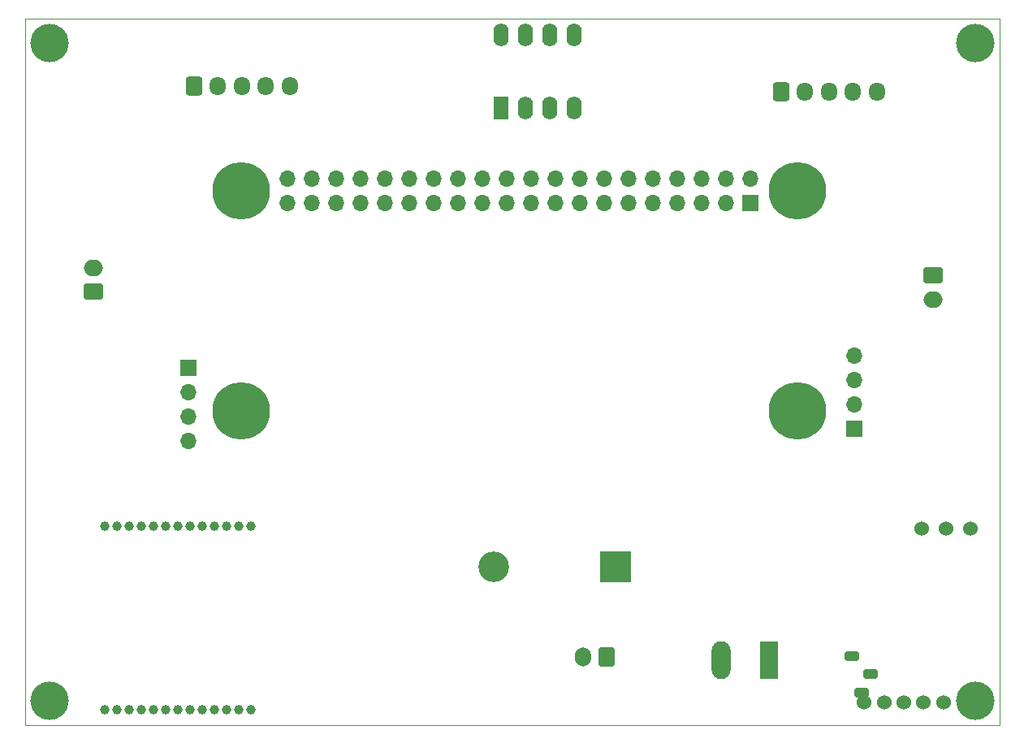
<source format=gbs>
G04 #@! TF.GenerationSoftware,KiCad,Pcbnew,(6.0.6)*
G04 #@! TF.CreationDate,2022-08-15T14:06:09+09:00*
G04 #@! TF.ProjectId,arliss,61726c69-7373-42e6-9b69-6361645f7063,rev?*
G04 #@! TF.SameCoordinates,Original*
G04 #@! TF.FileFunction,Soldermask,Bot*
G04 #@! TF.FilePolarity,Negative*
%FSLAX46Y46*%
G04 Gerber Fmt 4.6, Leading zero omitted, Abs format (unit mm)*
G04 Created by KiCad (PCBNEW (6.0.6)) date 2022-08-15 14:06:09*
%MOMM*%
%LPD*%
G01*
G04 APERTURE LIST*
G04 Aperture macros list*
%AMRoundRect*
0 Rectangle with rounded corners*
0 $1 Rounding radius*
0 $2 $3 $4 $5 $6 $7 $8 $9 X,Y pos of 4 corners*
0 Add a 4 corners polygon primitive as box body*
4,1,4,$2,$3,$4,$5,$6,$7,$8,$9,$2,$3,0*
0 Add four circle primitives for the rounded corners*
1,1,$1+$1,$2,$3*
1,1,$1+$1,$4,$5*
1,1,$1+$1,$6,$7*
1,1,$1+$1,$8,$9*
0 Add four rect primitives between the rounded corners*
20,1,$1+$1,$2,$3,$4,$5,0*
20,1,$1+$1,$4,$5,$6,$7,0*
20,1,$1+$1,$6,$7,$8,$9,0*
20,1,$1+$1,$8,$9,$2,$3,0*%
G04 Aperture macros list end*
G04 #@! TA.AperFunction,Profile*
%ADD10C,0.100000*%
G04 #@! TD*
%ADD11C,1.000000*%
%ADD12C,4.000000*%
%ADD13RoundRect,0.250000X-0.600000X-0.725000X0.600000X-0.725000X0.600000X0.725000X-0.600000X0.725000X0*%
%ADD14O,1.700000X1.950000*%
%ADD15C,6.000000*%
%ADD16R,1.700000X1.700000*%
%ADD17O,1.700000X1.700000*%
%ADD18R,3.200000X3.200000*%
%ADD19O,3.200000X3.200000*%
%ADD20RoundRect,0.250000X-0.750000X0.600000X-0.750000X-0.600000X0.750000X-0.600000X0.750000X0.600000X0*%
%ADD21O,2.000000X1.700000*%
%ADD22C,1.524000*%
%ADD23RoundRect,0.250000X0.750000X-0.600000X0.750000X0.600000X-0.750000X0.600000X-0.750000X-0.600000X0*%
%ADD24RoundRect,0.250000X0.512000X-0.250000X0.512000X0.250000X-0.512000X0.250000X-0.512000X-0.250000X0*%
%ADD25RoundRect,0.250000X0.600000X0.750000X-0.600000X0.750000X-0.600000X-0.750000X0.600000X-0.750000X0*%
%ADD26O,1.700000X2.000000*%
%ADD27R,1.980000X3.960000*%
%ADD28O,1.980000X3.960000*%
%ADD29R,1.600000X2.400000*%
%ADD30O,1.600000X2.400000*%
G04 APERTURE END LIST*
D10*
X76200000Y-50800000D02*
X177800000Y-50800000D01*
X177800000Y-50800000D02*
X177800000Y-124460000D01*
X177800000Y-124460000D02*
X76200000Y-124460000D01*
X76200000Y-124460000D02*
X76200000Y-50800000D01*
D11*
X99796800Y-103769000D03*
X98526800Y-103769000D03*
X97256800Y-103769000D03*
X95986800Y-103769000D03*
X94716800Y-103769000D03*
X93446800Y-103769000D03*
X92176800Y-103769000D03*
X90906800Y-103769000D03*
X89636800Y-103769000D03*
X88366800Y-103769000D03*
X87096800Y-103769000D03*
X85826800Y-103769000D03*
X84556800Y-103769000D03*
X84556800Y-122869000D03*
X85826800Y-122869000D03*
X87096800Y-122869000D03*
X88366800Y-122869000D03*
X89636800Y-122869000D03*
X90906800Y-122869000D03*
X92176800Y-122869000D03*
X93446800Y-122869000D03*
X94716800Y-122869000D03*
X95986800Y-122869000D03*
X97256800Y-122869000D03*
X98526800Y-122869000D03*
X99796800Y-122869000D03*
D12*
X78740000Y-53340000D03*
D13*
X93800000Y-57882500D03*
D14*
X96300000Y-57882500D03*
X98800000Y-57882500D03*
X101300000Y-57882500D03*
X103800000Y-57882500D03*
D15*
X98725000Y-91755000D03*
X156725000Y-91755000D03*
X156725000Y-68755000D03*
X98725000Y-68755000D03*
D16*
X151855000Y-70025000D03*
D17*
X151855000Y-67485000D03*
X149315000Y-70025000D03*
X149315000Y-67485000D03*
X146775000Y-70025000D03*
X146775000Y-67485000D03*
X144235000Y-70025000D03*
X144235000Y-67485000D03*
X141695000Y-70025000D03*
X141695000Y-67485000D03*
X139155000Y-70025000D03*
X139155000Y-67485000D03*
X136615000Y-70025000D03*
X136615000Y-67485000D03*
X134075000Y-70025000D03*
X134075000Y-67485000D03*
X131535000Y-70025000D03*
X131535000Y-67485000D03*
X128995000Y-70025000D03*
X128995000Y-67485000D03*
X126455000Y-70025000D03*
X126455000Y-67485000D03*
X123915000Y-70025000D03*
X123915000Y-67485000D03*
X121375000Y-70025000D03*
X121375000Y-67485000D03*
X118835000Y-70025000D03*
X118835000Y-67485000D03*
X116295000Y-70025000D03*
X116295000Y-67485000D03*
X113755000Y-70025000D03*
X113755000Y-67485000D03*
X111215000Y-70025000D03*
X111215000Y-67485000D03*
X108675000Y-70025000D03*
X108675000Y-67485000D03*
X106135000Y-70025000D03*
X106135000Y-67485000D03*
X103595000Y-70025000D03*
X103595000Y-67485000D03*
D16*
X162640000Y-93630000D03*
D17*
X162640000Y-91090000D03*
X162640000Y-88550000D03*
X162640000Y-86010000D03*
D18*
X137760000Y-107990000D03*
D19*
X125060000Y-107990000D03*
D20*
X170887500Y-77620000D03*
D21*
X170887500Y-80120000D03*
D22*
X167850000Y-122100000D03*
X165850000Y-122100000D03*
X163700000Y-122100000D03*
X169850000Y-122100000D03*
X172000000Y-122100000D03*
D23*
X83338500Y-79320400D03*
D21*
X83338500Y-76820400D03*
D24*
X162401600Y-117293000D03*
X164401600Y-119193000D03*
X163401600Y-121093000D03*
D25*
X136875000Y-117367500D03*
D26*
X134375000Y-117367500D03*
D16*
X93270000Y-87280000D03*
D17*
X93270000Y-89820000D03*
X93270000Y-92360000D03*
X93270000Y-94900000D03*
D13*
X155020000Y-58412500D03*
D14*
X157520000Y-58412500D03*
X160020000Y-58412500D03*
X162520000Y-58412500D03*
X165020000Y-58412500D03*
D22*
X174815000Y-104000000D03*
X172275000Y-104000000D03*
X169735000Y-104000000D03*
D12*
X78740000Y-121920000D03*
X175260000Y-53340000D03*
D27*
X153765000Y-117700000D03*
D28*
X148765000Y-117700000D03*
D29*
X125810000Y-60185000D03*
D30*
X128350000Y-60185000D03*
X130890000Y-60185000D03*
X133430000Y-60185000D03*
X133430000Y-52565000D03*
X130890000Y-52565000D03*
X128350000Y-52565000D03*
X125810000Y-52565000D03*
D12*
X175260000Y-121920000D03*
M02*

</source>
